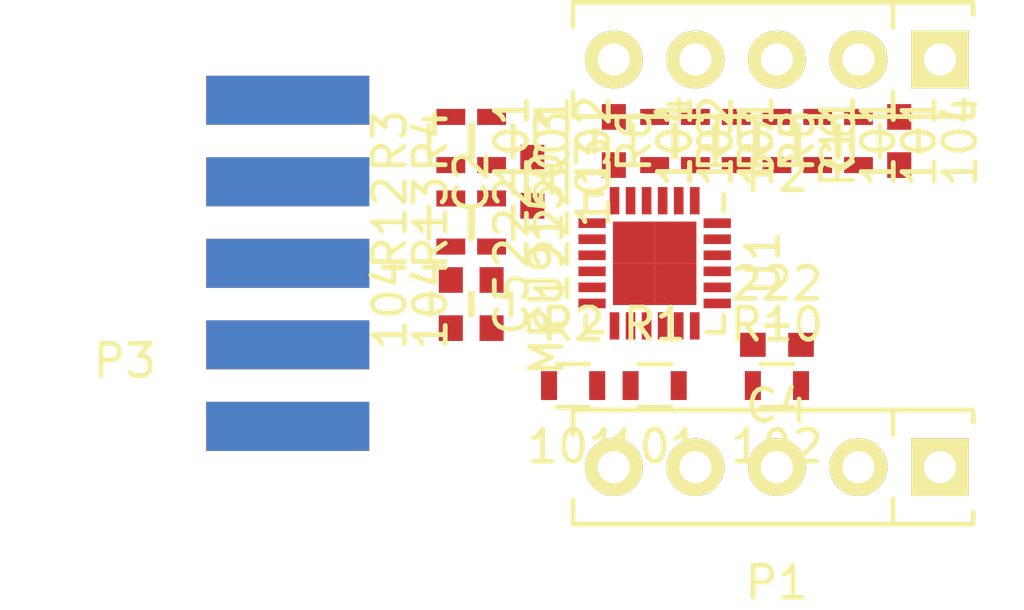
<source format=kicad_pcb>
(kicad_pcb (version 4) (host pcbnew 0.201503040816+5472~22~ubuntu14.10.1-product)

  (general
    (links 48)
    (no_connects 48)
    (area 126.670999 77.671 158.850001 99.879)
    (thickness 1.6)
    (drawings 4)
    (tracks 0)
    (zones 0)
    (modules 23)
    (nets 35)
  )

  (page A4)
  (layers
    (0 F.Cu signal)
    (31 B.Cu signal)
    (32 B.Adhes user)
    (33 F.Adhes user)
    (34 B.Paste user)
    (35 F.Paste user)
    (36 B.SilkS user)
    (37 F.SilkS user)
    (38 B.Mask user)
    (39 F.Mask user)
    (40 Dwgs.User user)
    (41 Cmts.User user)
    (42 Eco1.User user)
    (43 Eco2.User user)
    (44 Edge.Cuts user)
    (45 Margin user)
    (46 B.CrtYd user)
    (47 F.CrtYd user)
    (48 B.Fab user)
    (49 F.Fab user)
  )

  (setup
    (last_trace_width 0.254)
    (trace_clearance 0.254)
    (zone_clearance 0.508)
    (zone_45_only no)
    (trace_min 0.254)
    (segment_width 0.2)
    (edge_width 0.1)
    (via_size 0.889)
    (via_drill 0.635)
    (via_min_size 0.889)
    (via_min_drill 0.508)
    (uvia_size 0.508)
    (uvia_drill 0.127)
    (uvias_allowed no)
    (uvia_min_size 0.508)
    (uvia_min_drill 0.127)
    (pcb_text_width 0.3)
    (pcb_text_size 1.5 1.5)
    (mod_edge_width 0.15)
    (mod_text_size 1 1)
    (mod_text_width 0.15)
    (pad_size 1.5 1.5)
    (pad_drill 0.6)
    (pad_to_mask_clearance 0)
    (aux_axis_origin 0 0)
    (visible_elements FFFFFF7F)
    (pcbplotparams
      (layerselection 0x00030_80000001)
      (usegerberextensions false)
      (excludeedgelayer true)
      (linewidth 0.100000)
      (plotframeref false)
      (viasonmask false)
      (mode 1)
      (useauxorigin false)
      (hpglpennumber 1)
      (hpglpenspeed 20)
      (hpglpendiameter 15)
      (hpglpenoverlay 2)
      (psnegative false)
      (psa4output false)
      (plotreference true)
      (plotvalue true)
      (plotinvisibletext false)
      (padsonsilk false)
      (subtractmaskfromsilk false)
      (outputformat 1)
      (mirror false)
      (drillshape 1)
      (scaleselection 1)
      (outputdirectory ""))
  )

  (net 0 "")
  (net 1 "Net-(C1-Pad1)")
  (net 2 GND)
  (net 3 VDD)
  (net 4 "Net-(C4-Pad2)")
  (net 5 "Net-(P1-Pad2)")
  (net 6 "Net-(P1-Pad3)")
  (net 7 "Net-(P2-Pad2)")
  (net 8 "Net-(P2-Pad3)")
  (net 9 CLKIN)
  (net 10 "Net-(P3-Pad3)")
  (net 11 "Net-(P3-Pad4)")
  (net 12 /SCL)
  (net 13 /SDA)
  (net 14 "Net-(P3-Pad7)")
  (net 15 "Net-(P3-Pad8)")
  (net 16 "Net-(P3-Pad9)")
  (net 17 "Net-(P3-Pad10)")
  (net 18 "Net-(R1-Pad1)")
  (net 19 "Net-(R2-Pad1)")
  (net 20 "Net-(R3-Pad2)")
  (net 21 "Net-(R4-Pad2)")
  (net 22 "Net-(R5-Pad1)")
  (net 23 "Net-(R6-Pad1)")
  (net 24 "Net-(R7-Pad1)")
  (net 25 "Net-(R8-Pad2)")
  (net 26 "Net-(U1-Pad2)")
  (net 27 "Net-(U1-Pad4)")
  (net 28 "Net-(U1-Pad5)")
  (net 29 "Net-(U1-Pad14)")
  (net 30 "Net-(U1-Pad16)")
  (net 31 "Net-(U1-Pad19)")
  (net 32 "Net-(U1-Pad21)")
  (net 33 "Net-(U1-Pad22)")
  (net 34 "Net-(P1-Pad4)")

  (net_class Default "This is the default net class."
    (clearance 0.254)
    (trace_width 0.254)
    (via_dia 0.889)
    (via_drill 0.635)
    (uvia_dia 0.508)
    (uvia_drill 0.127)
    (add_net /SCL)
    (add_net /SDA)
    (add_net CLKIN)
    (add_net GND)
    (add_net "Net-(C1-Pad1)")
    (add_net "Net-(C4-Pad2)")
    (add_net "Net-(P1-Pad2)")
    (add_net "Net-(P1-Pad3)")
    (add_net "Net-(P1-Pad4)")
    (add_net "Net-(P2-Pad2)")
    (add_net "Net-(P2-Pad3)")
    (add_net "Net-(P3-Pad10)")
    (add_net "Net-(P3-Pad3)")
    (add_net "Net-(P3-Pad4)")
    (add_net "Net-(P3-Pad7)")
    (add_net "Net-(P3-Pad8)")
    (add_net "Net-(P3-Pad9)")
    (add_net "Net-(R1-Pad1)")
    (add_net "Net-(R2-Pad1)")
    (add_net "Net-(R3-Pad2)")
    (add_net "Net-(R4-Pad2)")
    (add_net "Net-(R5-Pad1)")
    (add_net "Net-(R6-Pad1)")
    (add_net "Net-(R7-Pad1)")
    (add_net "Net-(R8-Pad2)")
    (add_net "Net-(U1-Pad14)")
    (add_net "Net-(U1-Pad16)")
    (add_net "Net-(U1-Pad19)")
    (add_net "Net-(U1-Pad2)")
    (add_net "Net-(U1-Pad21)")
    (add_net "Net-(U1-Pad22)")
    (add_net "Net-(U1-Pad4)")
    (add_net "Net-(U1-Pad5)")
    (add_net VDD)
  )

  (module Capacitors_SMD:C_0603 (layer F.Cu) (tedit 5415D631) (tstamp 54F95061)
    (at 142.24 90.17 270)
    (descr "Capacitor SMD 0603, reflow soldering, AVX (see smccp.pdf)")
    (tags "capacitor 0603")
    (path /54F81BC0)
    (attr smd)
    (fp_text reference C1 (at 0 -1.9 270) (layer F.SilkS)
      (effects (font (size 1 1) (thickness 0.15)))
    )
    (fp_text value 104 (at 0 1.9 270) (layer F.SilkS)
      (effects (font (size 1 1) (thickness 0.15)))
    )
    (fp_line (start -1.45 -0.75) (end 1.45 -0.75) (layer F.CrtYd) (width 0.05))
    (fp_line (start -1.45 0.75) (end 1.45 0.75) (layer F.CrtYd) (width 0.05))
    (fp_line (start -1.45 -0.75) (end -1.45 0.75) (layer F.CrtYd) (width 0.05))
    (fp_line (start 1.45 -0.75) (end 1.45 0.75) (layer F.CrtYd) (width 0.05))
    (fp_line (start -0.35 -0.6) (end 0.35 -0.6) (layer F.SilkS) (width 0.15))
    (fp_line (start 0.35 0.6) (end -0.35 0.6) (layer F.SilkS) (width 0.15))
    (pad 1 smd rect (at -0.75 0 270) (size 0.8 0.75) (layers F.Cu F.Paste F.Mask)
      (net 1 "Net-(C1-Pad1)"))
    (pad 2 smd rect (at 0.75 0 270) (size 0.8 0.75) (layers F.Cu F.Paste F.Mask)
      (net 2 GND))
    (model Capacitors_SMD/C_0603.wrl
      (at (xyz 0 0 0))
      (scale (xyz 1 1 1))
      (rotate (xyz 0 0 0))
    )
  )

  (module Capacitors_SMD:C_0603 (layer F.Cu) (tedit 5415D631) (tstamp 54F9506D)
    (at 143.51 86.36 90)
    (descr "Capacitor SMD 0603, reflow soldering, AVX (see smccp.pdf)")
    (tags "capacitor 0603")
    (path /54F81B57)
    (attr smd)
    (fp_text reference C2 (at 0 -1.9 90) (layer F.SilkS)
      (effects (font (size 1 1) (thickness 0.15)))
    )
    (fp_text value 103 (at 0 1.9 90) (layer F.SilkS)
      (effects (font (size 1 1) (thickness 0.15)))
    )
    (fp_line (start -1.45 -0.75) (end 1.45 -0.75) (layer F.CrtYd) (width 0.05))
    (fp_line (start -1.45 0.75) (end 1.45 0.75) (layer F.CrtYd) (width 0.05))
    (fp_line (start -1.45 -0.75) (end -1.45 0.75) (layer F.CrtYd) (width 0.05))
    (fp_line (start 1.45 -0.75) (end 1.45 0.75) (layer F.CrtYd) (width 0.05))
    (fp_line (start -0.35 -0.6) (end 0.35 -0.6) (layer F.SilkS) (width 0.15))
    (fp_line (start 0.35 0.6) (end -0.35 0.6) (layer F.SilkS) (width 0.15))
    (pad 1 smd rect (at -0.75 0 90) (size 0.8 0.75) (layers F.Cu F.Paste F.Mask)
      (net 3 VDD))
    (pad 2 smd rect (at 0.75 0 90) (size 0.8 0.75) (layers F.Cu F.Paste F.Mask)
      (net 2 GND))
    (model Capacitors_SMD/C_0603.wrl
      (at (xyz 0 0 0))
      (scale (xyz 1 1 1))
      (rotate (xyz 0 0 0))
    )
  )

  (module Capacitors_SMD:C_0603 (layer F.Cu) (tedit 5415D631) (tstamp 54F95079)
    (at 146.05 85.09 90)
    (descr "Capacitor SMD 0603, reflow soldering, AVX (see smccp.pdf)")
    (tags "capacitor 0603")
    (path /54F81D5B)
    (attr smd)
    (fp_text reference C3 (at 0 -1.9 90) (layer F.SilkS)
      (effects (font (size 1 1) (thickness 0.15)))
    )
    (fp_text value 104 (at 0 1.9 90) (layer F.SilkS)
      (effects (font (size 1 1) (thickness 0.15)))
    )
    (fp_line (start -1.45 -0.75) (end 1.45 -0.75) (layer F.CrtYd) (width 0.05))
    (fp_line (start -1.45 0.75) (end 1.45 0.75) (layer F.CrtYd) (width 0.05))
    (fp_line (start -1.45 -0.75) (end -1.45 0.75) (layer F.CrtYd) (width 0.05))
    (fp_line (start 1.45 -0.75) (end 1.45 0.75) (layer F.CrtYd) (width 0.05))
    (fp_line (start -0.35 -0.6) (end 0.35 -0.6) (layer F.SilkS) (width 0.15))
    (fp_line (start 0.35 0.6) (end -0.35 0.6) (layer F.SilkS) (width 0.15))
    (pad 1 smd rect (at -0.75 0 90) (size 0.8 0.75) (layers F.Cu F.Paste F.Mask)
      (net 3 VDD))
    (pad 2 smd rect (at 0.75 0 90) (size 0.8 0.75) (layers F.Cu F.Paste F.Mask)
      (net 2 GND))
    (model Capacitors_SMD/C_0603.wrl
      (at (xyz 0 0 0))
      (scale (xyz 1 1 1))
      (rotate (xyz 0 0 0))
    )
  )

  (module Capacitors_SMD:C_0603 (layer F.Cu) (tedit 5415D631) (tstamp 54F95085)
    (at 151.13 91.44 180)
    (descr "Capacitor SMD 0603, reflow soldering, AVX (see smccp.pdf)")
    (tags "capacitor 0603")
    (path /54F82086)
    (attr smd)
    (fp_text reference C4 (at 0 -1.9 180) (layer F.SilkS)
      (effects (font (size 1 1) (thickness 0.15)))
    )
    (fp_text value 222 (at 0 1.9 180) (layer F.SilkS)
      (effects (font (size 1 1) (thickness 0.15)))
    )
    (fp_line (start -1.45 -0.75) (end 1.45 -0.75) (layer F.CrtYd) (width 0.05))
    (fp_line (start -1.45 0.75) (end 1.45 0.75) (layer F.CrtYd) (width 0.05))
    (fp_line (start -1.45 -0.75) (end -1.45 0.75) (layer F.CrtYd) (width 0.05))
    (fp_line (start 1.45 -0.75) (end 1.45 0.75) (layer F.CrtYd) (width 0.05))
    (fp_line (start -0.35 -0.6) (end 0.35 -0.6) (layer F.SilkS) (width 0.15))
    (fp_line (start 0.35 0.6) (end -0.35 0.6) (layer F.SilkS) (width 0.15))
    (pad 1 smd rect (at -0.75 0 180) (size 0.8 0.75) (layers F.Cu F.Paste F.Mask)
      (net 2 GND))
    (pad 2 smd rect (at 0.75 0 180) (size 0.8 0.75) (layers F.Cu F.Paste F.Mask)
      (net 4 "Net-(C4-Pad2)"))
    (model Capacitors_SMD/C_0603.wrl
      (at (xyz 0 0 0))
      (scale (xyz 1 1 1))
      (rotate (xyz 0 0 0))
    )
  )

  (module Capacitors_SMD:C_0603 (layer F.Cu) (tedit 5415D631) (tstamp 54F95091)
    (at 140.97 90.17 270)
    (descr "Capacitor SMD 0603, reflow soldering, AVX (see smccp.pdf)")
    (tags "capacitor 0603")
    (path /54F851DC)
    (attr smd)
    (fp_text reference C5 (at 0 -1.9 270) (layer F.SilkS)
      (effects (font (size 1 1) (thickness 0.15)))
    )
    (fp_text value 104 (at 0 1.9 270) (layer F.SilkS)
      (effects (font (size 1 1) (thickness 0.15)))
    )
    (fp_line (start -1.45 -0.75) (end 1.45 -0.75) (layer F.CrtYd) (width 0.05))
    (fp_line (start -1.45 0.75) (end 1.45 0.75) (layer F.CrtYd) (width 0.05))
    (fp_line (start -1.45 -0.75) (end -1.45 0.75) (layer F.CrtYd) (width 0.05))
    (fp_line (start 1.45 -0.75) (end 1.45 0.75) (layer F.CrtYd) (width 0.05))
    (fp_line (start -0.35 -0.6) (end 0.35 -0.6) (layer F.SilkS) (width 0.15))
    (fp_line (start 0.35 0.6) (end -0.35 0.6) (layer F.SilkS) (width 0.15))
    (pad 1 smd rect (at -0.75 0 270) (size 0.8 0.75) (layers F.Cu F.Paste F.Mask)
      (net 3 VDD))
    (pad 2 smd rect (at 0.75 0 270) (size 0.8 0.75) (layers F.Cu F.Paste F.Mask)
      (net 2 GND))
    (model Capacitors_SMD/C_0603.wrl
      (at (xyz 0 0 0))
      (scale (xyz 1 1 1))
      (rotate (xyz 0 0 0))
    )
  )

  (module Capacitors_SMD:C_0603 (layer F.Cu) (tedit 5415D631) (tstamp 54F9509D)
    (at 154.94 85.09 90)
    (descr "Capacitor SMD 0603, reflow soldering, AVX (see smccp.pdf)")
    (tags "capacitor 0603")
    (path /54F85216)
    (attr smd)
    (fp_text reference C6 (at 0 -1.9 90) (layer F.SilkS)
      (effects (font (size 1 1) (thickness 0.15)))
    )
    (fp_text value 104 (at 0 1.9 90) (layer F.SilkS)
      (effects (font (size 1 1) (thickness 0.15)))
    )
    (fp_line (start -1.45 -0.75) (end 1.45 -0.75) (layer F.CrtYd) (width 0.05))
    (fp_line (start -1.45 0.75) (end 1.45 0.75) (layer F.CrtYd) (width 0.05))
    (fp_line (start -1.45 -0.75) (end -1.45 0.75) (layer F.CrtYd) (width 0.05))
    (fp_line (start 1.45 -0.75) (end 1.45 0.75) (layer F.CrtYd) (width 0.05))
    (fp_line (start -0.35 -0.6) (end 0.35 -0.6) (layer F.SilkS) (width 0.15))
    (fp_line (start 0.35 0.6) (end -0.35 0.6) (layer F.SilkS) (width 0.15))
    (pad 1 smd rect (at -0.75 0 90) (size 0.8 0.75) (layers F.Cu F.Paste F.Mask)
      (net 3 VDD))
    (pad 2 smd rect (at 0.75 0 90) (size 0.8 0.75) (layers F.Cu F.Paste F.Mask)
      (net 2 GND))
    (model Capacitors_SMD/C_0603.wrl
      (at (xyz 0 0 0))
      (scale (xyz 1 1 1))
      (rotate (xyz 0 0 0))
    )
  )

  (module Resistors_SMD:R_0603 (layer F.Cu) (tedit 5415CC62) (tstamp 54F950D7)
    (at 147.32 92.71)
    (descr "Resistor SMD 0603, reflow soldering, Vishay (see dcrcw.pdf)")
    (tags "resistor 0603")
    (path /54F82519)
    (attr smd)
    (fp_text reference R1 (at 0 -1.9) (layer F.SilkS)
      (effects (font (size 1 1) (thickness 0.15)))
    )
    (fp_text value 101 (at 0 1.9) (layer F.SilkS)
      (effects (font (size 1 1) (thickness 0.15)))
    )
    (fp_line (start -1.3 -0.8) (end 1.3 -0.8) (layer F.CrtYd) (width 0.05))
    (fp_line (start -1.3 0.8) (end 1.3 0.8) (layer F.CrtYd) (width 0.05))
    (fp_line (start -1.3 -0.8) (end -1.3 0.8) (layer F.CrtYd) (width 0.05))
    (fp_line (start 1.3 -0.8) (end 1.3 0.8) (layer F.CrtYd) (width 0.05))
    (fp_line (start 0.5 0.675) (end -0.5 0.675) (layer F.SilkS) (width 0.15))
    (fp_line (start -0.5 -0.675) (end 0.5 -0.675) (layer F.SilkS) (width 0.15))
    (pad 1 smd rect (at -0.75 0) (size 0.5 0.9) (layers F.Cu F.Paste F.Mask)
      (net 18 "Net-(R1-Pad1)"))
    (pad 2 smd rect (at 0.75 0) (size 0.5 0.9) (layers F.Cu F.Paste F.Mask)
      (net 34 "Net-(P1-Pad4)"))
    (model Resistors_SMD/R_0603.wrl
      (at (xyz 0 0 0))
      (scale (xyz 1 1 1))
      (rotate (xyz 0 0 0))
    )
  )

  (module Resistors_SMD:R_0603 (layer F.Cu) (tedit 5415CC62) (tstamp 54F950E3)
    (at 144.78 92.71)
    (descr "Resistor SMD 0603, reflow soldering, Vishay (see dcrcw.pdf)")
    (tags "resistor 0603")
    (path /54F82540)
    (attr smd)
    (fp_text reference R2 (at 0 -1.9) (layer F.SilkS)
      (effects (font (size 1 1) (thickness 0.15)))
    )
    (fp_text value 101 (at 0 1.9) (layer F.SilkS)
      (effects (font (size 1 1) (thickness 0.15)))
    )
    (fp_line (start -1.3 -0.8) (end 1.3 -0.8) (layer F.CrtYd) (width 0.05))
    (fp_line (start -1.3 0.8) (end 1.3 0.8) (layer F.CrtYd) (width 0.05))
    (fp_line (start -1.3 -0.8) (end -1.3 0.8) (layer F.CrtYd) (width 0.05))
    (fp_line (start 1.3 -0.8) (end 1.3 0.8) (layer F.CrtYd) (width 0.05))
    (fp_line (start 0.5 0.675) (end -0.5 0.675) (layer F.SilkS) (width 0.15))
    (fp_line (start -0.5 -0.675) (end 0.5 -0.675) (layer F.SilkS) (width 0.15))
    (pad 1 smd rect (at -0.75 0) (size 0.5 0.9) (layers F.Cu F.Paste F.Mask)
      (net 19 "Net-(R2-Pad1)"))
    (pad 2 smd rect (at 0.75 0) (size 0.5 0.9) (layers F.Cu F.Paste F.Mask)
      (net 6 "Net-(P1-Pad3)"))
    (model Resistors_SMD/R_0603.wrl
      (at (xyz 0 0 0))
      (scale (xyz 1 1 1))
      (rotate (xyz 0 0 0))
    )
  )

  (module Resistors_SMD:R_0603 (layer F.Cu) (tedit 5415CC62) (tstamp 54F950EF)
    (at 140.97 85.09 90)
    (descr "Resistor SMD 0603, reflow soldering, Vishay (see dcrcw.pdf)")
    (tags "resistor 0603")
    (path /54F82823)
    (attr smd)
    (fp_text reference R3 (at 0 -1.9 90) (layer F.SilkS)
      (effects (font (size 1 1) (thickness 0.15)))
    )
    (fp_text value 101 (at 0 1.9 90) (layer F.SilkS)
      (effects (font (size 1 1) (thickness 0.15)))
    )
    (fp_line (start -1.3 -0.8) (end 1.3 -0.8) (layer F.CrtYd) (width 0.05))
    (fp_line (start -1.3 0.8) (end 1.3 0.8) (layer F.CrtYd) (width 0.05))
    (fp_line (start -1.3 -0.8) (end -1.3 0.8) (layer F.CrtYd) (width 0.05))
    (fp_line (start 1.3 -0.8) (end 1.3 0.8) (layer F.CrtYd) (width 0.05))
    (fp_line (start 0.5 0.675) (end -0.5 0.675) (layer F.SilkS) (width 0.15))
    (fp_line (start -0.5 -0.675) (end 0.5 -0.675) (layer F.SilkS) (width 0.15))
    (pad 1 smd rect (at -0.75 0 90) (size 0.5 0.9) (layers F.Cu F.Paste F.Mask)
      (net 13 /SDA))
    (pad 2 smd rect (at 0.75 0 90) (size 0.5 0.9) (layers F.Cu F.Paste F.Mask)
      (net 20 "Net-(R3-Pad2)"))
    (model Resistors_SMD/R_0603.wrl
      (at (xyz 0 0 0))
      (scale (xyz 1 1 1))
      (rotate (xyz 0 0 0))
    )
  )

  (module Resistors_SMD:R_0603 (layer F.Cu) (tedit 5415CC62) (tstamp 54F950FB)
    (at 142.24 85.09 90)
    (descr "Resistor SMD 0603, reflow soldering, Vishay (see dcrcw.pdf)")
    (tags "resistor 0603")
    (path /54F82888)
    (attr smd)
    (fp_text reference R4 (at 0 -1.9 90) (layer F.SilkS)
      (effects (font (size 1 1) (thickness 0.15)))
    )
    (fp_text value 101 (at 0 1.9 90) (layer F.SilkS)
      (effects (font (size 1 1) (thickness 0.15)))
    )
    (fp_line (start -1.3 -0.8) (end 1.3 -0.8) (layer F.CrtYd) (width 0.05))
    (fp_line (start -1.3 0.8) (end 1.3 0.8) (layer F.CrtYd) (width 0.05))
    (fp_line (start -1.3 -0.8) (end -1.3 0.8) (layer F.CrtYd) (width 0.05))
    (fp_line (start 1.3 -0.8) (end 1.3 0.8) (layer F.CrtYd) (width 0.05))
    (fp_line (start 0.5 0.675) (end -0.5 0.675) (layer F.SilkS) (width 0.15))
    (fp_line (start -0.5 -0.675) (end 0.5 -0.675) (layer F.SilkS) (width 0.15))
    (pad 1 smd rect (at -0.75 0 90) (size 0.5 0.9) (layers F.Cu F.Paste F.Mask)
      (net 12 /SCL))
    (pad 2 smd rect (at 0.75 0 90) (size 0.5 0.9) (layers F.Cu F.Paste F.Mask)
      (net 21 "Net-(R4-Pad2)"))
    (model Resistors_SMD/R_0603.wrl
      (at (xyz 0 0 0))
      (scale (xyz 1 1 1))
      (rotate (xyz 0 0 0))
    )
  )

  (module Resistors_SMD:R_0603 (layer F.Cu) (tedit 5415CC62) (tstamp 54F95107)
    (at 153.67 85.09 90)
    (descr "Resistor SMD 0603, reflow soldering, Vishay (see dcrcw.pdf)")
    (tags "resistor 0603")
    (path /54F82A10)
    (attr smd)
    (fp_text reference R5 (at 0 -1.9 90) (layer F.SilkS)
      (effects (font (size 1 1) (thickness 0.15)))
    )
    (fp_text value 101 (at 0 1.9 90) (layer F.SilkS)
      (effects (font (size 1 1) (thickness 0.15)))
    )
    (fp_line (start -1.3 -0.8) (end 1.3 -0.8) (layer F.CrtYd) (width 0.05))
    (fp_line (start -1.3 0.8) (end 1.3 0.8) (layer F.CrtYd) (width 0.05))
    (fp_line (start -1.3 -0.8) (end -1.3 0.8) (layer F.CrtYd) (width 0.05))
    (fp_line (start 1.3 -0.8) (end 1.3 0.8) (layer F.CrtYd) (width 0.05))
    (fp_line (start 0.5 0.675) (end -0.5 0.675) (layer F.SilkS) (width 0.15))
    (fp_line (start -0.5 -0.675) (end 0.5 -0.675) (layer F.SilkS) (width 0.15))
    (pad 1 smd rect (at -0.75 0 90) (size 0.5 0.9) (layers F.Cu F.Paste F.Mask)
      (net 22 "Net-(R5-Pad1)"))
    (pad 2 smd rect (at 0.75 0 90) (size 0.5 0.9) (layers F.Cu F.Paste F.Mask)
      (net 7 "Net-(P2-Pad2)"))
    (model Resistors_SMD/R_0603.wrl
      (at (xyz 0 0 0))
      (scale (xyz 1 1 1))
      (rotate (xyz 0 0 0))
    )
  )

  (module Resistors_SMD:R_0603 (layer F.Cu) (tedit 5415CC62) (tstamp 54F95113)
    (at 148.59 85.09 90)
    (descr "Resistor SMD 0603, reflow soldering, Vishay (see dcrcw.pdf)")
    (tags "resistor 0603")
    (path /54F82B8B)
    (attr smd)
    (fp_text reference R6 (at 0 -1.9 90) (layer F.SilkS)
      (effects (font (size 1 1) (thickness 0.15)))
    )
    (fp_text value 101 (at 0 1.9 90) (layer F.SilkS)
      (effects (font (size 1 1) (thickness 0.15)))
    )
    (fp_line (start -1.3 -0.8) (end 1.3 -0.8) (layer F.CrtYd) (width 0.05))
    (fp_line (start -1.3 0.8) (end 1.3 0.8) (layer F.CrtYd) (width 0.05))
    (fp_line (start -1.3 -0.8) (end -1.3 0.8) (layer F.CrtYd) (width 0.05))
    (fp_line (start 1.3 -0.8) (end 1.3 0.8) (layer F.CrtYd) (width 0.05))
    (fp_line (start 0.5 0.675) (end -0.5 0.675) (layer F.SilkS) (width 0.15))
    (fp_line (start -0.5 -0.675) (end 0.5 -0.675) (layer F.SilkS) (width 0.15))
    (pad 1 smd rect (at -0.75 0 90) (size 0.5 0.9) (layers F.Cu F.Paste F.Mask)
      (net 23 "Net-(R6-Pad1)"))
    (pad 2 smd rect (at 0.75 0 90) (size 0.5 0.9) (layers F.Cu F.Paste F.Mask)
      (net 5 "Net-(P1-Pad2)"))
    (model Resistors_SMD/R_0603.wrl
      (at (xyz 0 0 0))
      (scale (xyz 1 1 1))
      (rotate (xyz 0 0 0))
    )
  )

  (module Resistors_SMD:R_0603 (layer F.Cu) (tedit 5415CC62) (tstamp 54F9511F)
    (at 152.4 85.09 90)
    (descr "Resistor SMD 0603, reflow soldering, Vishay (see dcrcw.pdf)")
    (tags "resistor 0603")
    (path /54F82DE6)
    (attr smd)
    (fp_text reference R7 (at 0 -1.9 90) (layer F.SilkS)
      (effects (font (size 1 1) (thickness 0.15)))
    )
    (fp_text value 101 (at 0 1.9 90) (layer F.SilkS)
      (effects (font (size 1 1) (thickness 0.15)))
    )
    (fp_line (start -1.3 -0.8) (end 1.3 -0.8) (layer F.CrtYd) (width 0.05))
    (fp_line (start -1.3 0.8) (end 1.3 0.8) (layer F.CrtYd) (width 0.05))
    (fp_line (start -1.3 -0.8) (end -1.3 0.8) (layer F.CrtYd) (width 0.05))
    (fp_line (start 1.3 -0.8) (end 1.3 0.8) (layer F.CrtYd) (width 0.05))
    (fp_line (start 0.5 0.675) (end -0.5 0.675) (layer F.SilkS) (width 0.15))
    (fp_line (start -0.5 -0.675) (end 0.5 -0.675) (layer F.SilkS) (width 0.15))
    (pad 1 smd rect (at -0.75 0 90) (size 0.5 0.9) (layers F.Cu F.Paste F.Mask)
      (net 24 "Net-(R7-Pad1)"))
    (pad 2 smd rect (at 0.75 0 90) (size 0.5 0.9) (layers F.Cu F.Paste F.Mask)
      (net 8 "Net-(P2-Pad3)"))
    (model Resistors_SMD/R_0603.wrl
      (at (xyz 0 0 0))
      (scale (xyz 1 1 1))
      (rotate (xyz 0 0 0))
    )
  )

  (module Resistors_SMD:R_0603 (layer F.Cu) (tedit 5415CC62) (tstamp 54F9512B)
    (at 149.86 85.09 270)
    (descr "Resistor SMD 0603, reflow soldering, Vishay (see dcrcw.pdf)")
    (tags "resistor 0603")
    (path /54F84465)
    (attr smd)
    (fp_text reference R8 (at 0 -1.9 270) (layer F.SilkS)
      (effects (font (size 1 1) (thickness 0.15)))
    )
    (fp_text value 101 (at 0 1.9 270) (layer F.SilkS)
      (effects (font (size 1 1) (thickness 0.15)))
    )
    (fp_line (start -1.3 -0.8) (end 1.3 -0.8) (layer F.CrtYd) (width 0.05))
    (fp_line (start -1.3 0.8) (end 1.3 0.8) (layer F.CrtYd) (width 0.05))
    (fp_line (start -1.3 -0.8) (end -1.3 0.8) (layer F.CrtYd) (width 0.05))
    (fp_line (start 1.3 -0.8) (end 1.3 0.8) (layer F.CrtYd) (width 0.05))
    (fp_line (start 0.5 0.675) (end -0.5 0.675) (layer F.SilkS) (width 0.15))
    (fp_line (start -0.5 -0.675) (end 0.5 -0.675) (layer F.SilkS) (width 0.15))
    (pad 1 smd rect (at -0.75 0 270) (size 0.5 0.9) (layers F.Cu F.Paste F.Mask)
      (net 9 CLKIN))
    (pad 2 smd rect (at 0.75 0 270) (size 0.5 0.9) (layers F.Cu F.Paste F.Mask)
      (net 25 "Net-(R8-Pad2)"))
    (model Resistors_SMD/R_0603.wrl
      (at (xyz 0 0 0))
      (scale (xyz 1 1 1))
      (rotate (xyz 0 0 0))
    )
  )

  (module Resistors_SMD:R_0603 (layer F.Cu) (tedit 5415CC62) (tstamp 54F95137)
    (at 147.32 85.09 270)
    (descr "Resistor SMD 0603, reflow soldering, Vishay (see dcrcw.pdf)")
    (tags "resistor 0603")
    (path /54F847C7)
    (attr smd)
    (fp_text reference R9 (at 0 -1.9 270) (layer F.SilkS)
      (effects (font (size 1 1) (thickness 0.15)))
    )
    (fp_text value 102 (at 0 1.9 270) (layer F.SilkS)
      (effects (font (size 1 1) (thickness 0.15)))
    )
    (fp_line (start -1.3 -0.8) (end 1.3 -0.8) (layer F.CrtYd) (width 0.05))
    (fp_line (start -1.3 0.8) (end 1.3 0.8) (layer F.CrtYd) (width 0.05))
    (fp_line (start -1.3 -0.8) (end -1.3 0.8) (layer F.CrtYd) (width 0.05))
    (fp_line (start 1.3 -0.8) (end 1.3 0.8) (layer F.CrtYd) (width 0.05))
    (fp_line (start 0.5 0.675) (end -0.5 0.675) (layer F.SilkS) (width 0.15))
    (fp_line (start -0.5 -0.675) (end 0.5 -0.675) (layer F.SilkS) (width 0.15))
    (pad 1 smd rect (at -0.75 0 270) (size 0.5 0.9) (layers F.Cu F.Paste F.Mask)
      (net 5 "Net-(P1-Pad2)"))
    (pad 2 smd rect (at 0.75 0 270) (size 0.5 0.9) (layers F.Cu F.Paste F.Mask)
      (net 2 GND))
    (model Resistors_SMD/R_0603.wrl
      (at (xyz 0 0 0))
      (scale (xyz 1 1 1))
      (rotate (xyz 0 0 0))
    )
  )

  (module Resistors_SMD:R_0603 (layer F.Cu) (tedit 5415CC62) (tstamp 54F95143)
    (at 151.13 92.71)
    (descr "Resistor SMD 0603, reflow soldering, Vishay (see dcrcw.pdf)")
    (tags "resistor 0603")
    (path /54F84816)
    (attr smd)
    (fp_text reference R10 (at 0 -1.9) (layer F.SilkS)
      (effects (font (size 1 1) (thickness 0.15)))
    )
    (fp_text value 102 (at 0 1.9) (layer F.SilkS)
      (effects (font (size 1 1) (thickness 0.15)))
    )
    (fp_line (start -1.3 -0.8) (end 1.3 -0.8) (layer F.CrtYd) (width 0.05))
    (fp_line (start -1.3 0.8) (end 1.3 0.8) (layer F.CrtYd) (width 0.05))
    (fp_line (start -1.3 -0.8) (end -1.3 0.8) (layer F.CrtYd) (width 0.05))
    (fp_line (start 1.3 -0.8) (end 1.3 0.8) (layer F.CrtYd) (width 0.05))
    (fp_line (start 0.5 0.675) (end -0.5 0.675) (layer F.SilkS) (width 0.15))
    (fp_line (start -0.5 -0.675) (end 0.5 -0.675) (layer F.SilkS) (width 0.15))
    (pad 1 smd rect (at -0.75 0) (size 0.5 0.9) (layers F.Cu F.Paste F.Mask)
      (net 8 "Net-(P2-Pad3)"))
    (pad 2 smd rect (at 0.75 0) (size 0.5 0.9) (layers F.Cu F.Paste F.Mask)
      (net 2 GND))
    (model Resistors_SMD/R_0603.wrl
      (at (xyz 0 0 0))
      (scale (xyz 1 1 1))
      (rotate (xyz 0 0 0))
    )
  )

  (module Resistors_SMD:R_0603 (layer F.Cu) (tedit 5415CC62) (tstamp 54F9514F)
    (at 151.13 85.09 270)
    (descr "Resistor SMD 0603, reflow soldering, Vishay (see dcrcw.pdf)")
    (tags "resistor 0603")
    (path /54F84B6C)
    (attr smd)
    (fp_text reference R11 (at 0 -1.9 270) (layer F.SilkS)
      (effects (font (size 1 1) (thickness 0.15)))
    )
    (fp_text value 102 (at 0 1.9 270) (layer F.SilkS)
      (effects (font (size 1 1) (thickness 0.15)))
    )
    (fp_line (start -1.3 -0.8) (end 1.3 -0.8) (layer F.CrtYd) (width 0.05))
    (fp_line (start -1.3 0.8) (end 1.3 0.8) (layer F.CrtYd) (width 0.05))
    (fp_line (start -1.3 -0.8) (end -1.3 0.8) (layer F.CrtYd) (width 0.05))
    (fp_line (start 1.3 -0.8) (end 1.3 0.8) (layer F.CrtYd) (width 0.05))
    (fp_line (start 0.5 0.675) (end -0.5 0.675) (layer F.SilkS) (width 0.15))
    (fp_line (start -0.5 -0.675) (end 0.5 -0.675) (layer F.SilkS) (width 0.15))
    (pad 1 smd rect (at -0.75 0 270) (size 0.5 0.9) (layers F.Cu F.Paste F.Mask)
      (net 9 CLKIN))
    (pad 2 smd rect (at 0.75 0 270) (size 0.5 0.9) (layers F.Cu F.Paste F.Mask)
      (net 2 GND))
    (model Resistors_SMD/R_0603.wrl
      (at (xyz 0 0 0))
      (scale (xyz 1 1 1))
      (rotate (xyz 0 0 0))
    )
  )

  (module Resistors_SMD:R_0603 (layer F.Cu) (tedit 5415CC62) (tstamp 54F9515B)
    (at 140.97 87.63 90)
    (descr "Resistor SMD 0603, reflow soldering, Vishay (see dcrcw.pdf)")
    (tags "resistor 0603")
    (path /54F86043)
    (attr smd)
    (fp_text reference R12 (at 0 -1.9 90) (layer F.SilkS)
      (effects (font (size 1 1) (thickness 0.15)))
    )
    (fp_text value 222 (at 0 1.9 90) (layer F.SilkS)
      (effects (font (size 1 1) (thickness 0.15)))
    )
    (fp_line (start -1.3 -0.8) (end 1.3 -0.8) (layer F.CrtYd) (width 0.05))
    (fp_line (start -1.3 0.8) (end 1.3 0.8) (layer F.CrtYd) (width 0.05))
    (fp_line (start -1.3 -0.8) (end -1.3 0.8) (layer F.CrtYd) (width 0.05))
    (fp_line (start 1.3 -0.8) (end 1.3 0.8) (layer F.CrtYd) (width 0.05))
    (fp_line (start 0.5 0.675) (end -0.5 0.675) (layer F.SilkS) (width 0.15))
    (fp_line (start -0.5 -0.675) (end 0.5 -0.675) (layer F.SilkS) (width 0.15))
    (pad 1 smd rect (at -0.75 0 90) (size 0.5 0.9) (layers F.Cu F.Paste F.Mask)
      (net 3 VDD))
    (pad 2 smd rect (at 0.75 0 90) (size 0.5 0.9) (layers F.Cu F.Paste F.Mask)
      (net 13 /SDA))
    (model Resistors_SMD/R_0603.wrl
      (at (xyz 0 0 0))
      (scale (xyz 1 1 1))
      (rotate (xyz 0 0 0))
    )
  )

  (module Resistors_SMD:R_0603 (layer F.Cu) (tedit 5415CC62) (tstamp 54F95167)
    (at 142.24 87.63 90)
    (descr "Resistor SMD 0603, reflow soldering, Vishay (see dcrcw.pdf)")
    (tags "resistor 0603")
    (path /54F856DF)
    (attr smd)
    (fp_text reference R13 (at 0 -1.9 90) (layer F.SilkS)
      (effects (font (size 1 1) (thickness 0.15)))
    )
    (fp_text value 222 (at 0 1.9 90) (layer F.SilkS)
      (effects (font (size 1 1) (thickness 0.15)))
    )
    (fp_line (start -1.3 -0.8) (end 1.3 -0.8) (layer F.CrtYd) (width 0.05))
    (fp_line (start -1.3 0.8) (end 1.3 0.8) (layer F.CrtYd) (width 0.05))
    (fp_line (start -1.3 -0.8) (end -1.3 0.8) (layer F.CrtYd) (width 0.05))
    (fp_line (start 1.3 -0.8) (end 1.3 0.8) (layer F.CrtYd) (width 0.05))
    (fp_line (start 0.5 0.675) (end -0.5 0.675) (layer F.SilkS) (width 0.15))
    (fp_line (start -0.5 -0.675) (end 0.5 -0.675) (layer F.SilkS) (width 0.15))
    (pad 1 smd rect (at -0.75 0 90) (size 0.5 0.9) (layers F.Cu F.Paste F.Mask)
      (net 3 VDD))
    (pad 2 smd rect (at 0.75 0 90) (size 0.5 0.9) (layers F.Cu F.Paste F.Mask)
      (net 12 /SCL))
    (model Resistors_SMD/R_0603.wrl
      (at (xyz 0 0 0))
      (scale (xyz 1 1 1))
      (rotate (xyz 0 0 0))
    )
  )

  (module Housings_DFN_QFN:QFN-24-1EP_4x4mm_Pitch0.5mm (layer F.Cu) (tedit 54130A77) (tstamp 54F95192)
    (at 147.32 88.9 270)
    (descr "24-Lead Plastic Quad Flat, No Lead Package (MJ) - 4x4x0.9 mm Body [QFN]; (see Microchip Packaging Specification 00000049BS.pdf)")
    (tags "QFN 0.5")
    (path /54F81ACE)
    (attr smd)
    (fp_text reference U1 (at 0 -3.375 270) (layer F.SilkS)
      (effects (font (size 1 1) (thickness 0.15)))
    )
    (fp_text value MPU9150 (at 0 3.375 270) (layer F.SilkS)
      (effects (font (size 1 1) (thickness 0.15)))
    )
    (fp_line (start -2.65 -2.65) (end -2.65 2.65) (layer F.CrtYd) (width 0.05))
    (fp_line (start 2.65 -2.65) (end 2.65 2.65) (layer F.CrtYd) (width 0.05))
    (fp_line (start -2.65 -2.65) (end 2.65 -2.65) (layer F.CrtYd) (width 0.05))
    (fp_line (start -2.65 2.65) (end 2.65 2.65) (layer F.CrtYd) (width 0.05))
    (fp_line (start 2.15 -2.15) (end 2.15 -1.625) (layer F.SilkS) (width 0.15))
    (fp_line (start -2.15 2.15) (end -2.15 1.625) (layer F.SilkS) (width 0.15))
    (fp_line (start 2.15 2.15) (end 2.15 1.625) (layer F.SilkS) (width 0.15))
    (fp_line (start -2.15 -2.15) (end -1.625 -2.15) (layer F.SilkS) (width 0.15))
    (fp_line (start -2.15 2.15) (end -1.625 2.15) (layer F.SilkS) (width 0.15))
    (fp_line (start 2.15 2.15) (end 1.625 2.15) (layer F.SilkS) (width 0.15))
    (fp_line (start 2.15 -2.15) (end 1.625 -2.15) (layer F.SilkS) (width 0.15))
    (pad 1 smd rect (at -1.95 -1.25 270) (size 0.85 0.3) (layers F.Cu F.Paste F.Mask)
      (net 25 "Net-(R8-Pad2)"))
    (pad 2 smd rect (at -1.95 -0.75 270) (size 0.85 0.3) (layers F.Cu F.Paste F.Mask)
      (net 26 "Net-(U1-Pad2)"))
    (pad 3 smd rect (at -1.95 -0.25 270) (size 0.85 0.3) (layers F.Cu F.Paste F.Mask)
      (net 3 VDD))
    (pad 4 smd rect (at -1.95 0.25 270) (size 0.85 0.3) (layers F.Cu F.Paste F.Mask)
      (net 27 "Net-(U1-Pad4)"))
    (pad 5 smd rect (at -1.95 0.75 270) (size 0.85 0.3) (layers F.Cu F.Paste F.Mask)
      (net 28 "Net-(U1-Pad5)"))
    (pad 6 smd rect (at -1.95 1.25 270) (size 0.85 0.3) (layers F.Cu F.Paste F.Mask)
      (net 18 "Net-(R1-Pad1)"))
    (pad 7 smd rect (at -1.25 1.95) (size 0.85 0.3) (layers F.Cu F.Paste F.Mask)
      (net 19 "Net-(R2-Pad1)"))
    (pad 8 smd rect (at -0.75 1.95) (size 0.85 0.3) (layers F.Cu F.Paste F.Mask)
      (net 3 VDD))
    (pad 9 smd rect (at -0.25 1.95) (size 0.85 0.3) (layers F.Cu F.Paste F.Mask)
      (net 23 "Net-(R6-Pad1)"))
    (pad 10 smd rect (at 0.25 1.95) (size 0.85 0.3) (layers F.Cu F.Paste F.Mask)
      (net 1 "Net-(C1-Pad1)"))
    (pad 11 smd rect (at 0.75 1.95) (size 0.85 0.3) (layers F.Cu F.Paste F.Mask)
      (net 24 "Net-(R7-Pad1)"))
    (pad 12 smd rect (at 1.25 1.95) (size 0.85 0.3) (layers F.Cu F.Paste F.Mask)
      (net 22 "Net-(R5-Pad1)"))
    (pad 13 smd rect (at 1.95 1.25 270) (size 0.85 0.3) (layers F.Cu F.Paste F.Mask)
      (net 3 VDD))
    (pad 14 smd rect (at 1.95 0.75 270) (size 0.85 0.3) (layers F.Cu F.Paste F.Mask)
      (net 29 "Net-(U1-Pad14)"))
    (pad 15 smd rect (at 1.95 0.25 270) (size 0.85 0.3) (layers F.Cu F.Paste F.Mask)
      (net 2 GND))
    (pad 16 smd rect (at 1.95 -0.25 270) (size 0.85 0.3) (layers F.Cu F.Paste F.Mask)
      (net 30 "Net-(U1-Pad16)"))
    (pad 17 smd rect (at 1.95 -0.75 270) (size 0.85 0.3) (layers F.Cu F.Paste F.Mask)
      (net 2 GND))
    (pad 18 smd rect (at 1.95 -1.25 270) (size 0.85 0.3) (layers F.Cu F.Paste F.Mask)
      (net 2 GND))
    (pad 19 smd rect (at 1.25 -1.95) (size 0.85 0.3) (layers F.Cu F.Paste F.Mask)
      (net 31 "Net-(U1-Pad19)"))
    (pad 20 smd rect (at 0.75 -1.95) (size 0.85 0.3) (layers F.Cu F.Paste F.Mask)
      (net 4 "Net-(C4-Pad2)"))
    (pad 21 smd rect (at 0.25 -1.95) (size 0.85 0.3) (layers F.Cu F.Paste F.Mask)
      (net 32 "Net-(U1-Pad21)"))
    (pad 22 smd rect (at -0.25 -1.95) (size 0.85 0.3) (layers F.Cu F.Paste F.Mask)
      (net 33 "Net-(U1-Pad22)"))
    (pad 23 smd rect (at -0.75 -1.95) (size 0.85 0.3) (layers F.Cu F.Paste F.Mask)
      (net 21 "Net-(R4-Pad2)"))
    (pad 24 smd rect (at -1.25 -1.95) (size 0.85 0.3) (layers F.Cu F.Paste F.Mask)
      (net 20 "Net-(R3-Pad2)"))
    (pad 25 smd rect (at 0.65 0.65 270) (size 1.3 1.3) (layers F.Cu F.Paste F.Mask)
      (solder_paste_margin_ratio -0.2))
    (pad 25 smd rect (at 0.65 -0.65 270) (size 1.3 1.3) (layers F.Cu F.Paste F.Mask)
      (solder_paste_margin_ratio -0.2))
    (pad 25 smd rect (at -0.65 0.65 270) (size 1.3 1.3) (layers F.Cu F.Paste F.Mask)
      (solder_paste_margin_ratio -0.2))
    (pad 25 smd rect (at -0.65 -0.65 270) (size 1.3 1.3) (layers F.Cu F.Paste F.Mask)
      (solder_paste_margin_ratio -0.2))
    (model Housings_DFN_QFN/QFN-24-1EP_4x4mm_Pitch0.5mm.wrl
      (at (xyz 0 0 0))
      (scale (xyz 1 1 1))
      (rotate (xyz 0 0 0))
    )
  )

  (module sips:SIP5_Housing (layer F.Cu) (tedit 54F957D4) (tstamp 54F97199)
    (at 151.13 95.25 180)
    (descr SIP5)
    (tags SIP5)
    (path /54F96681)
    (fp_text reference P1 (at 0 -3.6 180) (layer F.SilkS)
      (effects (font (size 1 1) (thickness 0.15)))
    )
    (fp_text value CONN_01X05 (at -0.1 3.7 180) (layer F.SilkS) hide
      (effects (font (size 1 1) (thickness 0.15)))
    )
    (fp_line (start 6.35 1.016) (end 6.35 1.778) (layer F.SilkS) (width 0.15))
    (fp_line (start 6.35 1.778) (end -6.096 1.778) (layer F.SilkS) (width 0.15))
    (fp_line (start -6.096 -1.778) (end 6.35 -1.778) (layer F.SilkS) (width 0.15))
    (fp_line (start 6.35 -1.778) (end 6.35 -1.016) (layer F.SilkS) (width 0.15))
    (fp_line (start -3.62 1.7) (end -3.62 1) (layer F.SilkS) (width 0.15))
    (fp_line (start -3.62 -1.7) (end -3.62 -1) (layer F.SilkS) (width 0.15))
    (fp_line (start -6.12 1.7) (end -6.12 1.4) (layer F.SilkS) (width 0.15))
    (fp_line (start -6.12 -1.7) (end -6.12 -1.4) (layer F.SilkS) (width 0.15))
    (pad 1 thru_hole rect (at -5.08 0 270) (size 1.8 1.8) (drill 1) (layers *.Cu *.Mask F.SilkS)
      (net 2 GND))
    (pad 2 thru_hole circle (at -2.54 0 270) (size 1.8 1.8) (drill 1) (layers *.Cu *.Mask F.SilkS)
      (net 5 "Net-(P1-Pad2)"))
    (pad 3 thru_hole circle (at 0 0 270) (size 1.8 1.8) (drill 1) (layers *.Cu *.Mask F.SilkS)
      (net 6 "Net-(P1-Pad3)"))
    (pad 4 thru_hole circle (at 2.54 0 270) (size 1.8 1.8) (drill 1) (layers *.Cu *.Mask F.SilkS)
      (net 34 "Net-(P1-Pad4)"))
    (pad 5 thru_hole circle (at 5.08 0 270) (size 1.8 1.8) (drill 1) (layers *.Cu *.Mask F.SilkS)
      (net 3 VDD))
    (model Housings_SIP/SIP9_Housing.wrl
      (at (xyz 0 0 0))
      (scale (xyz 0.3937 0.3937 0.3937))
      (rotate (xyz 0 0 0))
    )
  )

  (module sips:SIP5_Housing (layer F.Cu) (tedit 54F957D4) (tstamp 54F971AA)
    (at 151.13 82.55 180)
    (descr SIP5)
    (tags SIP5)
    (path /54F97189)
    (fp_text reference P2 (at 0 -3.6 180) (layer F.SilkS)
      (effects (font (size 1 1) (thickness 0.15)))
    )
    (fp_text value CONN_01X05 (at -0.1 3.7 180) (layer F.SilkS) hide
      (effects (font (size 1 1) (thickness 0.15)))
    )
    (fp_line (start 6.35 1.016) (end 6.35 1.778) (layer F.SilkS) (width 0.15))
    (fp_line (start 6.35 1.778) (end -6.096 1.778) (layer F.SilkS) (width 0.15))
    (fp_line (start -6.096 -1.778) (end 6.35 -1.778) (layer F.SilkS) (width 0.15))
    (fp_line (start 6.35 -1.778) (end 6.35 -1.016) (layer F.SilkS) (width 0.15))
    (fp_line (start -3.62 1.7) (end -3.62 1) (layer F.SilkS) (width 0.15))
    (fp_line (start -3.62 -1.7) (end -3.62 -1) (layer F.SilkS) (width 0.15))
    (fp_line (start -6.12 1.7) (end -6.12 1.4) (layer F.SilkS) (width 0.15))
    (fp_line (start -6.12 -1.7) (end -6.12 -1.4) (layer F.SilkS) (width 0.15))
    (pad 1 thru_hole rect (at -5.08 0 270) (size 1.8 1.8) (drill 1) (layers *.Cu *.Mask F.SilkS)
      (net 3 VDD))
    (pad 2 thru_hole circle (at -2.54 0 270) (size 1.8 1.8) (drill 1) (layers *.Cu *.Mask F.SilkS)
      (net 7 "Net-(P2-Pad2)"))
    (pad 3 thru_hole circle (at 0 0 270) (size 1.8 1.8) (drill 1) (layers *.Cu *.Mask F.SilkS)
      (net 8 "Net-(P2-Pad3)"))
    (pad 4 thru_hole circle (at 2.54 0 270) (size 1.8 1.8) (drill 1) (layers *.Cu *.Mask F.SilkS)
      (net 9 CLKIN))
    (pad 5 thru_hole circle (at 5.08 0 270) (size 1.8 1.8) (drill 1) (layers *.Cu *.Mask F.SilkS)
      (net 2 GND))
    (model Housings_SIP/SIP9_Housing.wrl
      (at (xyz 0 0 0))
      (scale (xyz 0.3937 0.3937 0.3937))
      (rotate (xyz 0 0 0))
    )
  )

  (module sips:UEXTF (layer F.Cu) (tedit 54F96BD2) (tstamp 54F971C0)
    (at 130.81 88.9)
    (path /54F82F55)
    (fp_text reference P3 (at 0 3.04) (layer F.SilkS)
      (effects (font (size 1 1) (thickness 0.15)))
    )
    (fp_text value HE10-10 (at 0 -3.81) (layer F.Fab)
      (effects (font (size 1 1) (thickness 0.15)))
    )
    (fp_line (start 2.54 -6.35) (end 2.54 6.35) (layer F.Fab) (width 0.15))
    (fp_line (start -3.81 -1.27) (end -2.54 -1.27) (layer F.Fab) (width 0.15))
    (fp_line (start -2.54 -1.27) (end 1.27 -1.27) (layer F.Fab) (width 0.15))
    (fp_line (start 1.27 -1.27) (end 1.27 1.27) (layer F.Fab) (width 0.15))
    (fp_line (start 1.27 1.27) (end -3.81 1.27) (layer F.Fab) (width 0.15))
    (fp_line (start 2.54 -6.35) (end -3.81 -6.35) (layer F.Fab) (width 0.15))
    (fp_line (start -3.81 -6.35) (end -3.81 6.35) (layer F.Fab) (width 0.15))
    (fp_line (start -3.81 6.35) (end 2.54 6.35) (layer F.Fab) (width 0.15))
    (pad 1 smd rect (at 5.08 -5.08) (size 5.08 1.524) (layers F.Cu F.Paste F.Mask)
      (net 3 VDD))
    (pad 2 smd rect (at 5.08 -5.08) (size 5.08 1.524) (layers B.Cu F.Paste F.Mask)
      (net 2 GND))
    (pad 3 smd rect (at 5.08 -2.54) (size 5.08 1.524) (layers F.Cu F.Paste F.Mask)
      (net 10 "Net-(P3-Pad3)"))
    (pad 4 smd rect (at 5.08 -2.54) (size 5.08 1.524) (layers B.Cu F.Paste F.Mask)
      (net 11 "Net-(P3-Pad4)"))
    (pad 5 smd rect (at 5.08 0) (size 5.08 1.524) (layers F.Cu F.Paste F.Mask)
      (net 12 /SCL))
    (pad 6 smd rect (at 5.08 0) (size 5.08 1.524) (layers B.Cu F.Paste F.Mask)
      (net 13 /SDA))
    (pad 7 smd rect (at 5.08 2.54) (size 5.08 1.524) (layers F.Cu F.Paste F.Mask)
      (net 14 "Net-(P3-Pad7)"))
    (pad 8 smd rect (at 5.08 2.54) (size 5.08 1.524) (layers B.Cu F.Paste F.Mask)
      (net 15 "Net-(P3-Pad8)"))
    (pad 9 smd rect (at 5.08 5.08) (size 5.08 1.524) (layers F.Cu F.Paste F.Mask)
      (net 16 "Net-(P3-Pad9)"))
    (pad 10 smd rect (at 5.08 5.08) (size 5.08 1.524) (layers B.Cu F.Paste F.Mask)
      (net 17 "Net-(P3-Pad10)"))
  )

  (gr_line (start 133.35 81.28) (end 133.35 96.52) (angle 90) (layer Margin) (width 0.2))
  (gr_line (start 158.75 81.28) (end 133.35 81.28) (angle 90) (layer Margin) (width 0.2))
  (gr_line (start 158.75 96.52) (end 133.35 96.52) (angle 90) (layer Margin) (width 0.2))
  (gr_line (start 158.75 81.28) (end 158.75 96.52) (angle 90) (layer Margin) (width 0.2))

)

</source>
